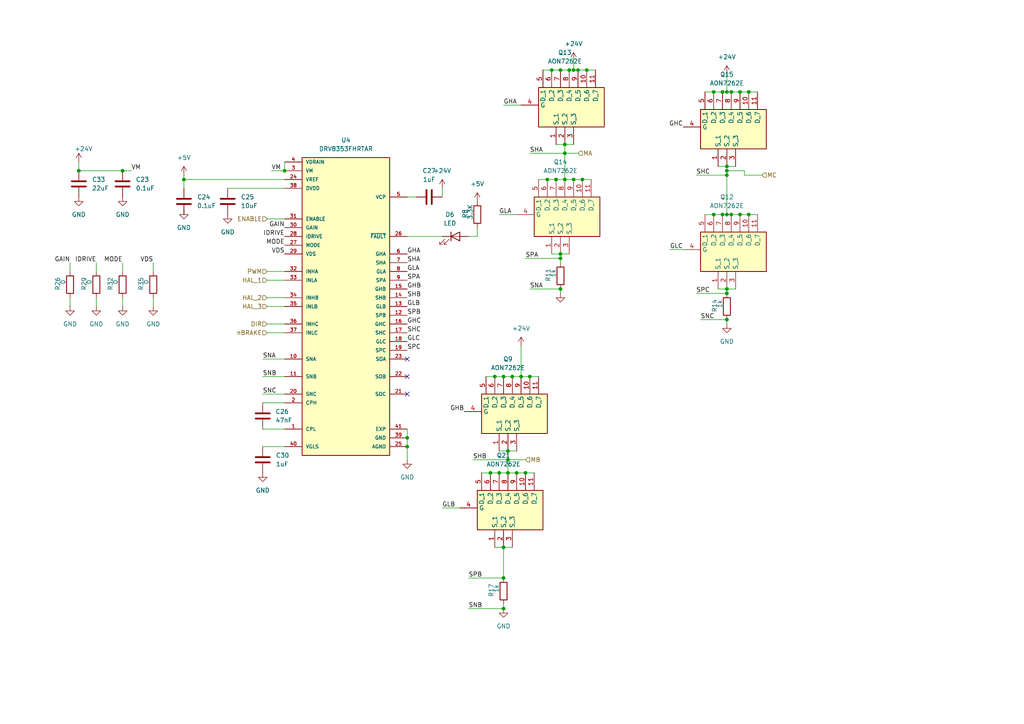
<source format=kicad_sch>
(kicad_sch (version 20250114) (generator "eeschema") (generator_version "9.0")
  (paper "A4")
  (lib_symbols
    (symbol "AON7262E:AON7262E"
      (property "Reference" "Q19" (at 12.7 7.62 0))
      (property "Value" "AON7262E" (at 12.7 5.08 0))
      (symbol "AON7262E_1_1"
        (rectangle (start 5.08 -2.54) (end 24.13 -13.97) (stroke (width 0.254)) (fill (type background)))
        (pin passive line (at 0 -7.62 0) (length 5.08) (name "G") (number "4"))
        (pin passive line (at 6.35 2.54 270) (length 5.08) (name "D_1") (number "5"))
        (pin passive line (at 8.89 2.54 270) (length 5.08) (name "D_2") (number "6"))
        (pin passive line (at 10.16 -19.05 90) (length 5.08) (name "S_1") (number "1"))
        (pin passive line (at 11.43 2.54 270) (length 5.08) (name "D_3") (number "7"))
        (pin passive line (at 12.7 -19.05 90) (length 5.08) (name "S_2") (number "2"))
        (pin passive line (at 13.97 2.54 270) (length 5.08) (name "D_4") (number "8"))
        (pin passive line (at 15.24 -19.05 90) (length 5.08) (name "S_3") (number "3"))
        (pin passive line (at 16.51 2.54 270) (length 5.08) (name "D_5") (number "9"))
        (pin passive line (at 19.05 2.54 270) (length 5.08) (name "D_6") (number "10"))
        (pin passive line (at 21.59 2.54 270) (length 5.08) (name "D_7") (number "11"))
      )
    )
    (symbol "DRV8353HRTAT:DRV8353HRTAT" (pin_names (offset 1.016))
      (property "Reference" "U2" (at 0 48.26 0))
      (property "Value" "DRV8353FSRTAR" (at 0 45.72 0))
      (symbol "DRV8353HRTAT_0_0"
        (rectangle (start -12.7 43.18) (end 12.7 -43.18) (stroke (width 0.254)) (fill (type background)))
        (pin input line (at -17.78 41.91 0) (length 5.08) (name "VDRAIN") (number "4"))
        (pin power_in line (at -17.78 39.37 0) (length 5.08) (name "VM") (number "3"))
        (pin power_in line (at -17.78 36.83 0) (length 5.08) (name "VREF") (number "24"))
        (pin power_in line (at -17.78 34.29 0) (length 5.08) (name "DVDD") (number "38"))
        (pin input line (at -17.78 25.4 0) (length 5.08) (name "ENABLE") (number "31"))
        (pin input line (at -17.78 22.86 0) (length 5.08) (name "GAIN") (number "30"))
        (pin input line (at -17.78 20.32 0) (length 5.08) (name "IDRIVE") (number "28"))
        (pin input line (at -17.78 17.78 0) (length 5.08) (name "MODE") (number "27"))
        (pin input line (at -17.78 15.24 0) (length 5.08) (name "VDS") (number "29"))
        (pin input line (at -17.78 10.16 0) (length 5.08) (name "INHA") (number "32"))
        (pin input line (at -17.78 7.62 0) (length 5.08) (name "INLA") (number "33"))
        (pin input line (at -17.78 2.54 0) (length 5.08) (name "INHB") (number "34"))
        (pin input line (at -17.78 0 0) (length 5.08) (name "INLB") (number "35"))
        (pin input line (at -17.78 -5.08 0) (length 5.08) (name "INHC") (number "36"))
        (pin input line (at -17.78 -7.62 0) (length 5.08) (name "INLC") (number "37"))
        (pin input line (at -17.78 -15.24 0) (length 5.08) (name "SNA") (number "10"))
        (pin input line (at -17.78 -20.32 0) (length 5.08) (name "SNB") (number "11"))
        (pin input line (at -17.78 -25.4 0) (length 5.08) (name "SNC") (number "20"))
        (pin passive line (at -17.78 -27.94 0) (length 5.08) (name "CPH") (number "2"))
        (pin passive line (at -17.78 -35.56 0) (length 5.08) (name "CPL") (number "1"))
        (pin output line (at -17.78 -40.64 0) (length 5.08) (name "VGLS") (number "40"))
        (pin output line (at 17.78 31.75 180) (length 5.08) (name "VCP") (number "5"))
        (pin output line (at 17.78 20.32 180) (length 5.08) (name "~{FAULT}") (number "26"))
        (pin output line (at 17.78 15.24 180) (length 5.08) (name "GHA") (number "6"))
        (pin input line (at 17.78 12.7 180) (length 5.08) (name "SHA") (number "7"))
        (pin output line (at 17.78 10.16 180) (length 5.08) (name "GLA") (number "8"))
        (pin input line (at 17.78 7.62 180) (length 5.08) (name "SPA") (number "9"))
        (pin output line (at 17.78 5.08 180) (length 5.08) (name "GHB") (number "15"))
        (pin input line (at 17.78 2.54 180) (length 5.08) (name "SHB") (number "14"))
        (pin output line (at 17.78 0 180) (length 5.08) (name "GLB") (number "13"))
        (pin input line (at 17.78 -2.54 180) (length 5.08) (name "SPB") (number "12"))
        (pin output line (at 17.78 -5.08 180) (length 5.08) (name "GHC") (number "16"))
        (pin input line (at 17.78 -7.62 180) (length 5.08) (name "SHC") (number "17"))
        (pin output line (at 17.78 -10.16 180) (length 5.08) (name "GLC") (number "18"))
        (pin input line (at 17.78 -12.7 180) (length 5.08) (name "SPC") (number "19"))
        (pin output line (at 17.78 -15.24 180) (length 5.08) (name "SOA") (number "23"))
        (pin output line (at 17.78 -20.32 180) (length 5.08) (name "SOB") (number "22"))
        (pin output line (at 17.78 -25.4 180) (length 5.08) (name "SOC") (number "21"))
        (pin power_in line (at 17.78 -35.56 180) (length 5.08) (name "EXP") (number "41"))
        (pin power_in line (at 17.78 -38.1 180) (length 5.08) (name "GND") (number "39"))
        (pin power_in line (at 17.78 -40.64 180) (length 5.08) (name "AGND") (number "25"))
      )
    )
    (symbol "Device:C" (pin_numbers (hide yes)) (pin_names (offset 0.254))
      (property "Reference" "C" (at 0.635 2.54 0))
      (property "Value" "C" (at 0.635 -2.54 0))
      (symbol "C_0_1"
        (polyline (pts (xy -2.032 0.762) (xy 2.032 0.762)) (stroke (width 0.508)))
        (polyline (pts (xy -2.032 -0.762) (xy 2.032 -0.762)) (stroke (width 0.508)))
      )
      (symbol "C_1_1"
        (pin passive line (at 0 3.81 270) (length 2.794) (name "~") (number "1"))
        (pin passive line (at 0 -3.81 90) (length 2.794) (name "~") (number "2"))
      )
    )
    (symbol "Device:LED" (pin_numbers (hide yes)) (pin_names (offset 1.016) (hide yes))
      (property "Reference" "D" (at 0 2.54 0))
      (property "Value" "LED" (at 0 -2.54 0))
      (symbol "LED_0_1"
        (polyline (pts (xy -3.048 -0.762) (xy -4.572 -2.286) (xy -3.81 -2.286) (xy -4.572 -2.286) (xy -4.572 -1.524)))
        (polyline (pts (xy -1.778 -0.762) (xy -3.302 -2.286) (xy -2.54 -2.286) (xy -3.302 -2.286) (xy -3.302 -1.524)))
        (polyline (pts (xy -1.27 0) (xy 1.27 0)))
        (polyline (pts (xy -1.27 -1.27) (xy -1.27 1.27)) (stroke (width 0.254)))
        (polyline (pts (xy 1.27 -1.27) (xy 1.27 1.27) (xy -1.27 0) (xy 1.27 -1.27)) (stroke (width 0.254)))
      )
      (symbol "LED_1_1"
        (pin passive line (at -3.81 0 0) (length 2.54) (name "K") (number "1"))
        (pin passive line (at 3.81 0 180) (length 2.54) (name "A") (number "2"))
      )
    )
    (symbol "Device:R" (pin_numbers (hide yes)) (pin_names (offset 0))
      (property "Reference" "R" (at 2.032 0 90))
      (property "Value" "R" (at 0 0 90))
      (symbol "R_0_1"
        (rectangle (start -1.016 -2.54) (end 1.016 2.54) (stroke (width 0.254)))
      )
      (symbol "R_1_1"
        (pin passive line (at 0 3.81 270) (length 1.27) (name "~") (number "1"))
        (pin passive line (at 0 -3.81 90) (length 1.27) (name "~") (number "2"))
      )
    )
    (symbol "power:+5V" (power) (pin_numbers (hide yes)) (pin_names (offset 0) (hide yes))
      (property "Value" "+5V" (at 0 3.556 0))
      (symbol "+5V_0_1"
        (polyline (pts (xy -0.762 1.27) (xy 0 2.54)))
        (polyline (pts (xy 0 2.54) (xy 0.762 1.27)))
        (polyline (pts (xy 0 0) (xy 0 2.54)))
      )
      (symbol "+5V_1_1"
        (pin power_in line (at 0 0 90) (length 0) (name "~") (number "1"))
      )
    )
    (symbol "power:GND" (power) (pin_numbers (hide yes)) (pin_names (offset 0) (hide yes))
      (property "Value" "GND" (at 0 -3.81 0))
      (symbol "GND_0_1"
        (polyline (pts (xy 0 0) (xy 0 -1.27) (xy 1.27 -1.27) (xy 0 -2.54) (xy -1.27 -1.27) (xy 0 -1.27)))
      )
      (symbol "GND_1_1"
        (pin power_in line (at 0 0 270) (length 0) (name "~") (number "1"))
      )
    )
    (symbol "power:VDD" (power) (pin_numbers (hide yes)) (pin_names (offset 0) (hide yes))
      (property "Value" "VDD" (at 0 3.556 0))
      (symbol "VDD_0_1"
        (polyline (pts (xy -0.762 1.27) (xy 0 2.54)))
        (polyline (pts (xy 0 2.54) (xy 0.762 1.27)))
        (polyline (pts (xy 0 0) (xy 0 2.54)))
      )
      (symbol "VDD_1_1"
        (pin power_in line (at 0 0 90) (length 0) (name "~") (number "1"))
      )
    )
  )
  (junction (at 147.32 133.35))
  (junction (at 153.67 109.22))
  (junction (at 166.37 52.07))
  (junction (at 147.32 130.81))
  (junction (at 210.82 92.71))
  (junction (at 146.05 158.75))
  (junction (at 210.82 62.23))
  (junction (at 214.63 62.23))
  (junction (at 212.09 62.23))
  (junction (at 209.55 62.23))
  (junction (at 217.17 62.23))
  (junction (at 162.56 73.66))
  (junction (at 214.63 26.67))
  (junction (at 163.83 52.07))
  (junction (at 167.64 20.32))
  (junction (at 166.37 20.32))
  (junction (at 22.86 49.53))
  (junction (at 210.82 48.26))
  (junction (at 210.82 26.67))
  (junction (at 152.4 137.16))
  (junction (at 53.34 52.07))
  (junction (at 210.82 49.53))
  (junction (at 207.01 62.23))
  (junction (at 212.09 26.67))
  (junction (at 168.91 52.07))
  (junction (at 170.18 20.32))
  (junction (at 217.17 26.67))
  (junction (at 35.56 49.53))
  (junction (at 147.32 137.16))
  (junction (at 149.86 137.16))
  (junction (at 209.55 26.67))
  (junction (at 146.05 167.64))
  (junction (at 162.56 20.32))
  (junction (at 82.55 49.53))
  (junction (at 146.05 109.22))
  (junction (at 151.13 109.22))
  (junction (at 160.02 20.32))
  (junction (at 163.83 44.45))
  (junction (at 118.11 129.54))
  (junction (at 165.1 20.32))
  (junction (at 118.11 127))
  (junction (at 162.56 74.93))
  (junction (at 210.82 83.82))
  (junction (at 163.83 41.91))
  (junction (at 210.82 85.09))
  (junction (at 144.78 137.16))
  (junction (at 142.24 137.16))
  (junction (at 207.01 26.67))
  (junction (at 210.82 50.8))
  (junction (at 143.51 109.22))
  (junction (at 148.59 109.22))
  (junction (at 158.75 52.07))
  (junction (at 162.56 83.82))
  (junction (at 161.29 52.07))
  (junction (at 146.05 176.53))
  (no_connect (at 118.11 104.14))
  (no_connect (at 118.11 109.22))
  (no_connect (at 118.11 114.3))
  (wire (pts (xy 213.36 48.26) (xy 210.82 48.26)))
  (wire (pts (xy 53.34 50.8) (xy 53.34 52.07)))
  (wire (pts (xy 215.9 49.53) (xy 210.82 49.53)))
  (wire (pts (xy 217.17 26.67) (xy 219.71 26.67)))
  (wire (pts (xy 142.24 137.16) (xy 144.78 137.16)))
  (wire (pts (xy 160.02 73.66) (xy 162.56 73.66)))
  (wire (pts (xy 27.94 76.2) (xy 27.94 78.74)))
  (wire (pts (xy 76.2 114.3) (xy 82.55 114.3)))
  (wire (pts (xy 162.56 73.66) (xy 165.1 73.66)))
  (wire (pts (xy 151.13 100.33) (xy 151.13 109.22)))
  (wire (pts (xy 147.32 130.81) (xy 149.86 130.81)))
  (wire (pts (xy 20.32 88.9) (xy 20.32 86.36)))
  (wire (pts (xy 166.37 17.78) (xy 166.37 20.32)))
  (wire (pts (xy 210.82 83.82) (xy 210.82 85.09)))
  (wire (pts (xy 207.01 62.23) (xy 209.55 62.23)))
  (wire (pts (xy 204.47 62.23) (xy 207.01 62.23)))
  (wire (pts (xy 146.05 109.22) (xy 148.59 109.22)))
  (wire (pts (xy 166.37 52.07) (xy 168.91 52.07)))
  (wire (pts (xy 146.05 30.48) (xy 151.13 30.48)))
  (wire (pts (xy 153.67 109.22) (xy 156.21 109.22)))
  (wire (pts (xy 76.2 124.46) (xy 82.55 124.46)))
  (wire (pts (xy 163.83 41.91) (xy 163.83 44.45)))
  (wire (pts (xy 118.11 57.15) (xy 120.65 57.15)))
  (wire (pts (xy 167.64 20.32) (xy 170.18 20.32)))
  (wire (pts (xy 203.2 92.71) (xy 210.82 92.71)))
  (wire (pts (xy 212.09 26.67) (xy 214.63 26.67)))
  (wire (pts (xy 146.05 158.75) (xy 148.59 158.75)))
  (wire (pts (xy 118.11 124.46) (xy 118.11 127)))
  (wire (pts (xy 158.75 52.07) (xy 161.29 52.07)))
  (wire (pts (xy 160.02 20.32) (xy 162.56 20.32)))
  (wire (pts (xy 20.32 76.2) (xy 20.32 78.74)))
  (wire (pts (xy 135.89 176.53) (xy 146.05 176.53)))
  (wire (pts (xy 217.17 62.23) (xy 219.71 62.23)))
  (wire (pts (xy 53.34 52.07) (xy 82.55 52.07)))
  (wire (pts (xy 210.82 93.98) (xy 210.82 92.71)))
  (wire (pts (xy 210.82 26.67) (xy 212.09 26.67)))
  (wire (pts (xy 168.91 52.07) (xy 171.45 52.07)))
  (wire (pts (xy 214.63 62.23) (xy 217.17 62.23)))
  (wire (pts (xy 77.47 88.9) (xy 82.55 88.9)))
  (wire (pts (xy 194.31 72.39) (xy 198.12 72.39)))
  (wire (pts (xy 152.4 74.93) (xy 162.56 74.93)))
  (wire (pts (xy 35.56 76.2) (xy 35.56 78.74)))
  (wire (pts (xy 144.78 130.81) (xy 147.32 130.81)))
  (wire (pts (xy 210.82 48.26) (xy 210.82 49.53)))
  (wire (pts (xy 35.56 88.9) (xy 35.56 86.36)))
  (wire (pts (xy 161.29 52.07) (xy 163.83 52.07)))
  (wire (pts (xy 135.89 68.58) (xy 138.43 68.58)))
  (wire (pts (xy 27.94 88.9) (xy 27.94 86.36)))
  (wire (pts (xy 22.86 49.53) (xy 35.56 49.53)))
  (wire (pts (xy 139.7 137.16) (xy 142.24 137.16)))
  (wire (pts (xy 135.89 167.64) (xy 146.05 167.64)))
  (wire (pts (xy 208.28 83.82) (xy 210.82 83.82)))
  (wire (pts (xy 162.56 74.93) (xy 162.56 76.2)))
  (wire (pts (xy 138.43 66.04) (xy 138.43 68.58)))
  (wire (pts (xy 209.55 26.67) (xy 210.82 26.67)))
  (wire (pts (xy 146.05 158.75) (xy 146.05 167.64)))
  (wire (pts (xy 128.27 147.32) (xy 133.35 147.32)))
  (wire (pts (xy 148.59 109.22) (xy 151.13 109.22)))
  (wire (pts (xy 210.82 49.53) (xy 210.82 50.8)))
  (wire (pts (xy 147.32 133.35) (xy 147.32 137.16)))
  (wire (pts (xy 77.47 81.28) (xy 82.55 81.28)))
  (wire (pts (xy 170.18 20.32) (xy 172.72 20.32)))
  (wire (pts (xy 162.56 20.32) (xy 165.1 20.32)))
  (wire (pts (xy 82.55 46.99) (xy 82.55 49.53)))
  (wire (pts (xy 149.86 137.16) (xy 152.4 137.16)))
  (wire (pts (xy 156.21 52.07) (xy 158.75 52.07)))
  (wire (pts (xy 77.47 96.52) (xy 82.55 96.52)))
  (wire (pts (xy 118.11 127) (xy 118.11 129.54)))
  (wire (pts (xy 152.4 137.16) (xy 154.94 137.16)))
  (wire (pts (xy 157.48 20.32) (xy 160.02 20.32)))
  (wire (pts (xy 163.83 52.07) (xy 166.37 52.07)))
  (wire (pts (xy 146.05 176.53) (xy 146.05 175.26)))
  (wire (pts (xy 147.32 130.81) (xy 147.32 133.35)))
  (wire (pts (xy 140.97 109.22) (xy 143.51 109.22)))
  (wire (pts (xy 214.63 26.67) (xy 217.17 26.67)))
  (wire (pts (xy 147.32 133.35) (xy 152.4 133.35)))
  (wire (pts (xy 153.67 44.45) (xy 163.83 44.45)))
  (wire (pts (xy 143.51 109.22) (xy 146.05 109.22)))
  (wire (pts (xy 163.83 41.91) (xy 166.37 41.91)))
  (wire (pts (xy 118.11 129.54) (xy 118.11 133.35)))
  (wire (pts (xy 77.47 78.74) (xy 82.55 78.74)))
  (wire (pts (xy 153.67 83.82) (xy 162.56 83.82)))
  (wire (pts (xy 144.78 62.23) (xy 149.86 62.23)))
  (wire (pts (xy 210.82 48.26) (xy 208.28 48.26)))
  (wire (pts (xy 204.47 26.67) (xy 207.01 26.67)))
  (wire (pts (xy 210.82 50.8) (xy 210.82 62.23)))
  (wire (pts (xy 207.01 26.67) (xy 209.55 26.67)))
  (wire (pts (xy 212.09 62.23) (xy 214.63 62.23)))
  (wire (pts (xy 201.93 50.8) (xy 210.82 50.8)))
  (wire (pts (xy 35.56 49.53) (xy 38.1 49.53)))
  (wire (pts (xy 76.2 129.54) (xy 82.55 129.54)))
  (wire (pts (xy 77.47 63.5) (xy 82.55 63.5)))
  (wire (pts (xy 166.37 20.32) (xy 167.64 20.32)))
  (wire (pts (xy 162.56 73.66) (xy 162.56 74.93)))
  (wire (pts (xy 76.2 116.84) (xy 82.55 116.84)))
  (wire (pts (xy 118.11 68.58) (xy 128.27 68.58)))
  (wire (pts (xy 66.04 54.61) (xy 82.55 54.61)))
  (wire (pts (xy 215.9 50.8) (xy 215.9 49.53)))
  (wire (pts (xy 210.82 21.59) (xy 210.82 26.67)))
  (wire (pts (xy 161.29 41.91) (xy 163.83 41.91)))
  (wire (pts (xy 76.2 109.22) (xy 82.55 109.22)))
  (wire (pts (xy 163.83 44.45) (xy 163.83 52.07)))
  (wire (pts (xy 151.13 109.22) (xy 153.67 109.22)))
  (wire (pts (xy 77.47 93.98) (xy 82.55 93.98)))
  (wire (pts (xy 201.93 85.09) (xy 210.82 85.09)))
  (wire (pts (xy 209.55 62.23) (xy 210.82 62.23)))
  (wire (pts (xy 44.45 76.2) (xy 44.45 78.74)))
  (wire (pts (xy 76.2 104.14) (xy 82.55 104.14)))
  (wire (pts (xy 77.47 86.36) (xy 82.55 86.36)))
  (wire (pts (xy 210.82 62.23) (xy 212.09 62.23)))
  (wire (pts (xy 137.16 133.35) (xy 147.32 133.35)))
  (wire (pts (xy 53.34 62.23) (xy 53.34 60.96)))
  (wire (pts (xy 163.83 44.45) (xy 167.64 44.45)))
  (wire (pts (xy 162.56 85.09) (xy 162.56 83.82)))
  (wire (pts (xy 147.32 137.16) (xy 149.86 137.16)))
  (wire (pts (xy 146.05 158.75) (xy 143.51 158.75)))
  (wire (pts (xy 78.74 49.53) (xy 82.55 49.53)))
  (wire (pts (xy 220.98 50.8) (xy 215.9 50.8)))
  (wire (pts (xy 210.82 83.82) (xy 213.36 83.82)))
  (wire (pts (xy 128.27 54.61) (xy 128.27 57.15)))
  (wire (pts (xy 165.1 20.32) (xy 166.37 20.32)))
  (wire (pts (xy 53.34 52.07) (xy 53.34 54.61)))
  (wire (pts (xy 22.86 46.99) (xy 22.86 49.53)))
  (wire (pts (xy 44.45 88.9) (xy 44.45 86.36)))
  (wire (pts (xy 144.78 137.16) (xy 147.32 137.16)))
  (label "SHC" (at 118.11 96.52 0))
  (label "GHC" (at 198.12 36.83 180))
  (label "GHA" (at 146.05 30.48 0))
  (label "IDRIVE" (at 82.55 68.58 180))
  (label "MODE" (at 82.55 71.12 180))
  (label "SPB" (at 118.11 91.44 0))
  (label "GAIN" (at 20.32 76.2 180))
  (label "GLC" (at 118.11 99.06 0))
  (label "GHB" (at 118.11 83.82 0))
  (label "GLB" (at 128.27 147.32 0))
  (label "MODE" (at 35.56 76.2 180))
  (label "SPA" (at 118.11 81.28 0))
  (label "GHA" (at 118.11 73.66 0))
  (label "SHB" (at 137.16 133.35 0))
  (label "VDS" (at 82.55 73.66 180))
  (label "GLA" (at 144.78 62.23 0))
  (label "GAIN" (at 82.55 66.04 180))
  (label "IDRIVE" (at 27.94 76.2 180))
  (label "VM" (at 78.74 49.53 0))
  (label "SHC" (at 201.93 50.8 0))
  (label "SHA" (at 153.67 44.45 0))
  (label "SPA" (at 152.4 74.93 0))
  (label "VM" (at 38.1 49.53 0))
  (label "SNC" (at 203.2 92.71 0))
  (label "GLA" (at 118.11 78.74 0))
  (label "VDS" (at 44.45 76.2 180))
  (label "SNA" (at 153.67 83.82 0))
  (label "GHC" (at 118.11 93.98 0))
  (label "SHB" (at 118.11 86.36 0))
  (label "GHB" (at 134.62 119.38 180))
  (label "SNC" (at 76.2 114.3 0))
  (label "SPC" (at 118.11 101.6 0))
  (label "SPC" (at 201.93 85.09 0))
  (label "SNA" (at 76.2 104.14 0))
  (label "SNB" (at 76.2 109.22 0))
  (label "SPB" (at 135.89 167.64 0))
  (label "GLB" (at 118.11 88.9 0))
  (label "GLC" (at 194.31 72.39 0))
  (label "SNB" (at 135.89 176.53 0))
  (label "SHA" (at 118.11 76.2 0))
  (hierarchical_label "PWM" (shape input) (at 77.47 78.74 180))
  (hierarchical_label "HAL_3" (shape input) (at 77.47 88.9 180))
  (hierarchical_label "nBRAKE" (shape input) (at 77.47 96.52 180))
  (hierarchical_label "MA" (shape input) (at 167.64 44.45 0))
  (hierarchical_label "MC" (shape input) (at 220.98 50.8 0))
  (hierarchical_label "HAL_2" (shape input) (at 77.47 86.36 180))
  (hierarchical_label "MB" (shape input) (at 152.4 133.35 0))
  (hierarchical_label "ENABLE" (shape input) (at 77.47 63.5 180))
  (hierarchical_label "HAL_1" (shape input) (at 77.47 81.28 180))
  (hierarchical_label "DIR" (shape input) (at 77.47 93.98 180))
  (symbol (lib_id "Device:C") (at 66.04 58.42 0) (unit 1)
    (property "Reference" "C7" (at 69.85 57.1499 0) (effects (justify left)))
    (property "Value" "10uF" (at 69.85 59.6899 0) (effects (justify left)))
    (property "Footprint" "Capacitor_SMD:C_0603_1608Metric_Pad1.08x0.95mm_HandSolder" (effects (hide yes)))
    (property "Description" "Unpolarized capacitor" (effects (hide yes)))
    (instances (project "Wheelbase" (path "" (reference "C25") (unit 1)) (path "" (reference "C7") (unit 1)) (path "" (reference "C19") (unit 1))))
  )
  (symbol (lib_id "Device:R") (at 35.56 82.55 180) (unit 1)
    (property "Reference" "R30" (at 32.004 82.296 90))
    (property "Value" "0" (at 33.528 81.788 90))
    (property "Footprint" "Resistor_SMD:R_0603_1608Metric_Pad0.98x0.95mm_HandSolder" (effects (hide yes)))
    (property "Description" "Resistor" (effects (hide yes)))
    (instances (project "Wheelbase" (path "" (reference "R32") (unit 1)) (path "" (reference "R30") (unit 1)) (path "" (reference "R31") (unit 1))))
  )
  (symbol (lib_id "power:VDD") (at 210.82 21.59 0) (unit 1)
    (property "Reference" "#PWR014" (effects (hide yes)))
    (property "Value" "+24V" (at 210.82 16.51 0))
    (property "Description" "Power symbol creates a global label with name \"VDD\"" (effects (hide yes)))
    (instances (project "Wheelbase" (path "" (reference "#PWR054") (unit 1)) (path "" (reference "#PWR014") (unit 1)) (path "" (reference "#PWR041") (unit 1))))
  )
  (symbol (lib_id "power:VDD") (at 128.27 54.61 0) (unit 1)
    (property "Reference" "#PWR022" (effects (hide yes)))
    (property "Value" "+24V" (at 128.27 49.53 0))
    (property "Description" "Power symbol creates a global label with name \"VDD\"" (effects (hide yes)))
    (instances (project "Wheelbase" (path "" (reference "#PWR050") (unit 1)) (path "" (reference "#PWR022") (unit 1)) (path "" (reference "#PWR037") (unit 1))))
  )
  (symbol (lib_id "power:GND") (at 27.94 88.9 0) (unit 1)
    (property "Reference" "#PWR0107" (effects (hide yes)))
    (property "Value" "GND" (at 27.94 93.98 0))
    (property "Description" "Power symbol creates a global label with name \"GND\" , ground" (effects (hide yes)))
    (instances (project "Wheelbase" (path "" (reference "#PWR0109") (unit 1)) (path "" (reference "#PWR0107") (unit 1)) (path "" (reference "#PWR0108") (unit 1))))
  )
  (symbol (lib_id "Device:R") (at 20.32 82.55 180) (unit 1)
    (property "Reference" "R24" (at 16.764 82.296 90))
    (property "Value" "0" (at 18.288 81.788 90))
    (property "Footprint" "Resistor_SMD:R_0603_1608Metric_Pad0.98x0.95mm_HandSolder" (effects (hide yes)))
    (property "Description" "Resistor" (effects (hide yes)))
    (instances (project "Wheelbase" (path "" (reference "R26") (unit 1)) (path "" (reference "R24") (unit 1)) (path "" (reference "R25") (unit 1))))
  )
  (symbol (lib_id "power:GND") (at 20.32 88.9 0) (unit 1)
    (property "Reference" "#PWR0104" (effects (hide yes)))
    (property "Value" "GND" (at 20.32 93.98 0))
    (property "Description" "Power symbol creates a global label with name \"GND\" , ground" (effects (hide yes)))
    (instances (project "Wheelbase" (path "" (reference "#PWR0106") (unit 1)) (path "" (reference "#PWR0104") (unit 1)) (path "" (reference "#PWR0105") (unit 1))))
  )
  (symbol (lib_id "Device:C") (at 22.86 53.34 180) (unit 1)
    (property "Reference" "C31" (at 26.67 52.0699 0) (effects (justify right)))
    (property "Value" "22uF" (at 26.67 54.6099 0) (effects (justify right)))
    (property "Footprint" "Capacitor_SMD:C_0805_2012Metric_Pad1.18x1.45mm_HandSolder" (effects (hide yes)))
    (property "Description" "Unpolarized capacitor" (effects (hide yes)))
    (instances (project "" (path "" (reference "C33") (unit 1)) (path "" (reference "C31") (unit 1)) (path "" (reference "C32") (unit 1))))
  )
  (symbol (lib_id "Device:LED") (at 132.08 68.58 0) (unit 1)
    (property "Reference" "D4" (at 130.4925 62.23 0))
    (property "Value" "LED" (at 130.4925 64.77 0))
    (property "Footprint" "LED_SMD:LED_0603_1608Metric_Pad1.05x0.95mm_HandSolder" (effects (hide yes)))
    (property "Description" "Light emitting diode" (effects (hide yes)))
    (instances (project "Wheelbase" (path "" (reference "D6") (unit 1)) (path "" (reference "D4") (unit 1)) (path "" (reference "D5") (unit 1))))
  )
  (symbol (lib_id "AON7262E:AON7262E") (at 198.12 29.21 0) (unit 1)
    (property "Reference" "Q5" (at 210.82 21.59 0))
    (property "Value" "AON7262E" (at 210.82 24.13 0))
    (property "Footprint" "AON7262E" (effects (hide yes)))
    (property "Datasheet" "https://www.aosmd.com/sites/default/files/res/datasheets/AON7262E.pdf" (effects (hide yes)))
    (property "Description" "N-Channel 60 V 21A (Ta), 34A (Tc) 5W (Ta), 43W (Tc) Surface Mount 8-DFN-EP (3x3)" (effects (hide yes)))
    (property "Height" "0.9" (effects (hide yes)))
    (property "Manufacturer_Name" "Alpha & Omega Semiconductors" (effects (hide yes)))
    (property "Manufacturer_Part_Number" "AON7262E" (effects (hide yes)))
    (instances (project "Wheelbase" (path "" (reference "Q15") (unit 1)) (path "" (reference "Q5") (unit 1)) (path "" (reference "Q11") (unit 1))))
  )
  (symbol (lib_id "power:GND") (at 146.05 176.53 0) (unit 1)
    (property "Reference" "#PWR069" (effects (hide yes)))
    (property "Value" "GND" (at 146.05 181.61 0))
    (property "Description" "Power symbol creates a global label with name \"GND\" , ground" (effects (hide yes)))
    (instances (project "Wheelbase" (path "" (reference "#PWR071") (unit 1)) (path "" (reference "#PWR069") (unit 1)) (path "" (reference "#PWR070") (unit 1))))
  )
  (symbol (lib_id "Device:R") (at 210.82 88.9 180) (unit 1)
    (property "Reference" "R12" (at 207.264 88.646 90))
    (property "Value" "1k" (at 208.788 88.138 90))
    (property "Footprint" "Resistor_SMD:R_0603_1608Metric_Pad0.98x0.95mm_HandSolder" (effects (hide yes)))
    (property "Description" "Resistor" (effects (hide yes)))
    (instances (project "Wheelbase" (path "" (reference "R14") (unit 1)) (path "" (reference "R12") (unit 1)) (path "" (reference "R13") (unit 1))))
  )
  (symbol (lib_id "power:GND") (at 76.2 137.16 0) (unit 1)
    (property "Reference" "#PWR048" (effects (hide yes)))
    (property "Value" "GND" (at 76.2 142.24 0))
    (property "Description" "Power symbol creates a global label with name \"GND\" , ground" (effects (hide yes)))
    (instances (project "Wheelbase" (path "" (reference "#PWR094") (unit 1)) (path "" (reference "#PWR048") (unit 1)) (path "" (reference "#PWR093") (unit 1))))
  )
  (symbol (lib_id "power:GND") (at 210.82 93.98 0) (unit 1)
    (property "Reference" "#PWR063" (effects (hide yes)))
    (property "Value" "GND" (at 210.82 99.06 0))
    (property "Description" "Power symbol creates a global label with name \"GND\" , ground" (effects (hide yes)))
    (instances (project "Wheelbase" (path "" (reference "#PWR065") (unit 1)) (path "" (reference "#PWR063") (unit 1)) (path "" (reference "#PWR064") (unit 1))))
  )
  (symbol (lib_id "AON7262E:AON7262E") (at 198.12 64.77 0) (unit 1)
    (property "Reference" "Q6" (at 210.82 57.15 0))
    (property "Value" "AON7262E" (at 210.82 59.69 0))
    (property "Footprint" "AON7262E" (effects (hide yes)))
    (property "Datasheet" "https://www.aosmd.com/sites/default/files/res/datasheets/AON7262E.pdf" (effects (hide yes)))
    (property "Description" "N-Channel 60 V 21A (Ta), 34A (Tc) 5W (Ta), 43W (Tc) Surface Mount 8-DFN-EP (3x3)" (effects (hide yes)))
    (property "Height" "0.9" (effects (hide yes)))
    (property "Manufacturer_Name" "Alpha & Omega Semiconductors" (effects (hide yes)))
    (property "Manufacturer_Part_Number" "AON7262E" (effects (hide yes)))
    (instances (project "Wheelbase" (path "" (reference "Q12") (unit 1)) (path "" (reference "Q6") (unit 1)) (path "" (reference "Q10") (unit 1))))
  )
  (symbol (lib_id "AON7262E:AON7262E") (at 149.86 54.61 0) (unit 1)
    (property "Reference" "Q2" (at 162.56 46.99 0))
    (property "Value" "AON7262E" (at 162.56 49.53 0))
    (property "Footprint" "AON7262E" (effects (hide yes)))
    (property "Datasheet" "https://www.aosmd.com/sites/default/files/res/datasheets/AON7262E.pdf" (effects (hide yes)))
    (property "Description" "N-Channel 60 V 21A (Ta), 34A (Tc) 5W (Ta), 43W (Tc) Surface Mount 8-DFN-EP (3x3)" (effects (hide yes)))
    (property "Height" "0.9" (effects (hide yes)))
    (property "Manufacturer_Name" "Alpha & Omega Semiconductors" (effects (hide yes)))
    (property "Manufacturer_Part_Number" "AON7262E" (effects (hide yes)))
    (instances (project "Wheelbase" (path "" (reference "Q14") (unit 1)) (path "" (reference "Q2") (unit 1)) (path "" (reference "Q8") (unit 1))))
  )
  (symbol (lib_id "power:GND") (at 53.34 60.96 0) (unit 1)
    (property "Reference" "#PWR019" (effects (hide yes)))
    (property "Value" "GND" (at 53.34 66.04 0))
    (property "Description" "Power symbol creates a global label with name \"GND\" , ground" (effects (hide yes)))
    (instances (project "Wheelbase" (path "" (reference "#PWR046") (unit 1)) (path "" (reference "#PWR019") (unit 1)) (path "" (reference "#PWR033") (unit 1))))
  )
  (symbol (lib_id "AON7262E:AON7262E") (at 133.35 139.7 0) (unit 1)
    (property "Reference" "Q19" (at 146.05 132.08 0))
    (property "Value" "AON7262E" (at 146.05 134.62 0))
    (property "Footprint" "AON7262E" (effects (hide yes)))
    (property "Datasheet" "https://www.aosmd.com/sites/default/files/res/datasheets/AON7262E.pdf" (effects (hide yes)))
    (property "Description" "N-Channel 60 V 21A (Ta), 34A (Tc) 5W (Ta), 43W (Tc) Surface Mount 8-DFN-EP (3x3)" (effects (hide yes)))
    (property "Height" "0.9" (effects (hide yes)))
    (property "Manufacturer_Name" "Alpha & Omega Semiconductors" (effects (hide yes)))
    (property "Manufacturer_Part_Number" "AON7262E" (effects (hide yes)))
    (instances (project "" (path "" (reference "Q21") (unit 1)) (path "" (reference "Q19") (unit 1)) (path "" (reference "Q20") (unit 1))))
  )
  (symbol (lib_id "power:VDD") (at 151.13 100.33 0) (unit 1)
    (property "Reference" "#PWR013" (effects (hide yes)))
    (property "Value" "+24V" (at 151.13 95.25 0))
    (property "Description" "Power symbol creates a global label with name \"VDD\"" (effects (hide yes)))
    (instances (project "Wheelbase" (path "" (reference "#PWR053") (unit 1)) (path "" (reference "#PWR013") (unit 1)) (path "" (reference "#PWR040") (unit 1))))
  )
  (symbol (lib_id "power:+5V") (at 138.43 58.42 0) (unit 1)
    (property "Reference" "#PWR023" (effects (hide yes)))
    (property "Value" "+5V" (at 138.43 53.34 0))
    (property "Description" "Power symbol creates a global label with name \"+5V\"" (effects (hide yes)))
    (instances (project "Wheelbase" (path "" (reference "#PWR051") (unit 1)) (path "" (reference "#PWR023") (unit 1)) (path "" (reference "#PWR038") (unit 1))))
  )
  (symbol (lib_id "power:GND") (at 162.56 85.09 0) (unit 1)
    (property "Reference" "#PWR066" (effects (hide yes)))
    (property "Value" "GND" (effects (hide yes)))
    (property "Description" "Power symbol creates a global label with name \"GND\" , ground" (effects (hide yes)))
    (instances (project "Wheelbase" (path "" (reference "#PWR068") (unit 1)) (path "" (reference "#PWR066") (unit 1)) (path "" (reference "#PWR067") (unit 1))))
  )
  (symbol (lib_id "power:GND") (at 22.86 57.15 0) (unit 1)
    (property "Reference" "#PWR0102" (effects (hide yes)))
    (property "Value" "GND" (at 22.86 62.23 0))
    (property "Description" "Power symbol creates a global label with name \"GND\" , ground" (effects (hide yes)))
    (instances (project "Wheelbase" (path "" (reference "#PWR043") (unit 1)) (path "" (reference "#PWR0102") (unit 1)) (path "" (reference "#PWR016") (unit 1))))
  )
  (symbol (lib_id "Device:C") (at 124.46 57.15 90) (unit 1)
    (property "Reference" "C9" (at 124.46 49.53 90))
    (property "Value" "1uF" (at 124.46 52.07 90))
    (property "Footprint" "Capacitor_SMD:C_0603_1608Metric_Pad1.08x0.95mm_HandSolder" (effects (hide yes)))
    (property "Description" "Unpolarized capacitor" (effects (hide yes)))
    (instances (project "Wheelbase" (path "" (reference "C27") (unit 1)) (path "" (reference "C9") (unit 1)) (path "" (reference "C21") (unit 1))))
  )
  (symbol (lib_id "Device:R") (at 138.43 62.23 180) (unit 1)
    (property "Reference" "R4" (at 134.874 61.976 90))
    (property "Value" "3.3K" (at 136.398 61.468 90))
    (property "Footprint" "Resistor_SMD:R_0603_1608Metric_Pad0.98x0.95mm_HandSolder" (effects (hide yes)))
    (property "Description" "Resistor" (effects (hide yes)))
    (instances (project "Wheelbase" (path "" (reference "R8") (unit 1)) (path "" (reference "R4") (unit 1)) (path "" (reference "R7") (unit 1))))
  )
  (symbol (lib_id "DRV8353HRTAT:DRV8353HRTAT") (at 100.33 88.9 0) (unit 1)
    (property "Reference" "U2" (at 100.33 40.64 0))
    (property "Value" "DRV8353FHRTAR" (at 100.33 43.18 0))
    (property "Footprint" "DRV8353HRTAT(1):QFN50P600X600X80-41N" (effects (hide yes)))
    (property "MF" "Texas Instruments" (effects (hide yes)))
    (property "MAXIMUM_PACKAGE_HEIGHT" "0.8 mm" (effects (hide yes)))
    (property "Package" "WQFN-40 Texas Instruments" (effects (hide yes)))
    (property "Price" "None" (effects (hide yes)))
    (property "Check_prices" "https://www.snapeda.com/parts/DRV8353HRTAT/Texas+Instruments/view-part/?ref=eda" (effects (hide yes)))
    (property "STANDARD" "IPC 7351B" (effects (hide yes)))
    (property "PARTREV" "A" (effects (hide yes)))
    (property "SnapEDA_Link" "https://www.snapeda.com/parts/DRV8353HRTAT/Texas+Instruments/view-part/?ref=snap" (effects (hide yes)))
    (property "MP" "DRV8353HRTAT" (effects (hide yes)))
    (property "Description_1" "\n                        \n                            102-V max 3-phase smart gate driver with current shunt amplifiers\n                        \n" (effects (hide yes)))
    (property "Availability" "In Stock" (effects (hide yes)))
    (property "MANUFACTURER" "Texas Instruments" (effects (hide yes)))
    (instances (project "Wheelbase" (path "" (reference "U4") (unit 1)) (path "" (reference "U2") (unit 1)) (path "" (reference "U3") (unit 1))))
  )
  (symbol (lib_id "Device:C") (at 35.56 53.34 0) (unit 1)
    (property "Reference" "C5" (at 39.37 52.0699 0) (effects (justify left)))
    (property "Value" "0.1uF" (at 39.37 54.6099 0) (effects (justify left)))
    (property "Footprint" "Capacitor_SMD:C_0603_1608Metric_Pad1.08x0.95mm_HandSolder" (effects (hide yes)))
    (property "Description" "Unpolarized capacitor" (effects (hide yes)))
    (instances (project "Wheelbase" (path "" (reference "C23") (unit 1)) (path "" (reference "C5") (unit 1)) (path "" (reference "C17") (unit 1))))
  )
  (symbol (lib_id "Device:R") (at 44.45 82.55 180) (unit 1)
    (property "Reference" "R33" (at 40.894 82.296 90))
    (property "Value" "0" (at 42.418 81.788 90))
    (property "Footprint" "Resistor_SMD:R_0603_1608Metric_Pad0.98x0.95mm_HandSolder" (effects (hide yes)))
    (property "Description" "Resistor" (effects (hide yes)))
    (instances (project "Wheelbase" (path "" (reference "R35") (unit 1)) (path "" (reference "R33") (unit 1)) (path "" (reference "R34") (unit 1))))
  )
  (symbol (lib_id "Device:R") (at 162.56 80.01 180) (unit 1)
    (property "Reference" "R9" (at 159.004 79.756 90))
    (property "Value" "1k" (at 160.528 79.248 90))
    (property "Footprint" "Resistor_SMD:R_0603_1608Metric_Pad0.98x0.95mm_HandSolder" (effects (hide yes)))
    (property "Description" "Resistor" (effects (hide yes)))
    (instances (project "Wheelbase" (path "" (reference "R11") (unit 1)) (path "" (reference "R9") (unit 1)) (path "" (reference "R10") (unit 1))))
  )
  (symbol (lib_id "power:GND") (at 118.11 133.35 0) (unit 1)
    (property "Reference" "#PWR036" (effects (hide yes)))
    (property "Value" "GND" (at 118.11 138.43 0))
    (property "Description" "Power symbol creates a global label with name \"GND\" , ground" (effects (hide yes)))
    (instances (project "Wheelbase" (path "" (reference "#PWR078") (unit 1)) (path "" (reference "#PWR036") (unit 1)) (path "" (reference "#PWR049") (unit 1))))
  )
  (symbol (lib_id "Device:C") (at 76.2 133.35 180) (unit 1)
    (property "Reference" "C28" (at 80.01 132.0799 0) (effects (justify right)))
    (property "Value" "1uF" (at 80.01 134.6199 0) (effects (justify right)))
    (property "Footprint" "Capacitor_SMD:C_0603_1608Metric_Pad1.08x0.95mm_HandSolder" (effects (hide yes)))
    (property "Description" "Unpolarized capacitor" (effects (hide yes)))
    (instances (project "Wheelbase" (path "" (reference "C30") (unit 1)) (path "" (reference "C28") (unit 1)) (path "" (reference "C29") (unit 1))))
  )
  (symbol (lib_id "Device:R") (at 146.05 171.45 180) (unit 1)
    (property "Reference" "R15" (at 142.494 171.196 90))
    (property "Value" "1k" (at 144.018 170.688 90))
    (property "Footprint" "Resistor_SMD:R_0603_1608Metric_Pad0.98x0.95mm_HandSolder" (effects (hide yes)))
    (property "Description" "Resistor" (effects (hide yes)))
    (instances (project "Wheelbase" (path "" (reference "R17") (unit 1)) (path "" (reference "R15") (unit 1)) (path "" (reference "R16") (unit 1))))
  )
  (symbol (lib_id "power:GND") (at 35.56 57.15 0) (unit 1)
    (property "Reference" "#PWR018" (effects (hide yes)))
    (property "Value" "GND" (at 35.56 62.23 0))
    (property "Description" "Power symbol creates a global label with name \"GND\" , ground" (effects (hide yes)))
    (instances (project "Wheelbase" (path "" (reference "#PWR044") (unit 1)) (path "" (reference "#PWR018") (unit 1)) (path "" (reference "#PWR017") (unit 1))))
  )
  (symbol (lib_id "power:+5V") (at 22.86 46.99 0) (unit 1)
    (property "Reference" "#PWR0101" (effects (hide yes)))
    (property "Value" "+24V" (at 21.59 43.18 0) (effects (justify left)))
    (property "Description" "Power symbol creates a global label with name \"+5V\"" (effects (hide yes)))
    (instances (project "Wheelbase" (path "" (reference "#PWR042") (unit 1)) (path "" (reference "#PWR0101") (unit 1)) (path "" (reference "#PWR012") (unit 1))))
  )
  (symbol (lib_id "power:+5V") (at 53.34 50.8 0) (unit 1)
    (property "Reference" "#PWR020" (effects (hide yes)))
    (property "Value" "+5V" (at 53.34 45.72 0))
    (property "Description" "Power symbol creates a global label with name \"+5V\"" (effects (hide yes)))
    (instances (project "Wheelbase" (path "" (reference "#PWR045") (unit 1)) (path "" (reference "#PWR020") (unit 1)) (path "" (reference "#PWR032") (unit 1))))
  )
  (symbol (lib_id "Device:R") (at 27.94 82.55 180) (unit 1)
    (property "Reference" "R27" (at 24.384 82.296 90))
    (property "Value" "0" (at 25.908 81.788 90))
    (property "Footprint" "Resistor_SMD:R_0603_1608Metric_Pad0.98x0.95mm_HandSolder" (effects (hide yes)))
    (property "Description" "Resistor" (effects (hide yes)))
    (instances (project "Wheelbase" (path "" (reference "R29") (unit 1)) (path "" (reference "R27") (unit 1)) (path "" (reference "R28") (unit 1))))
  )
  (symbol (lib_id "AON7262E:AON7262E") (at 151.13 22.86 0) (unit 1)
    (property "Reference" "Q1" (at 163.83 15.24 0))
    (property "Value" "AON7262E" (at 163.83 17.78 0))
    (property "Footprint" "AON7262E" (effects (hide yes)))
    (property "Datasheet" "https://www.aosmd.com/sites/default/files/res/datasheets/AON7262E.pdf" (effects (hide yes)))
    (property "Description" "N-Channel 60 V 21A (Ta), 34A (Tc) 5W (Ta), 43W (Tc) Surface Mount 8-DFN-EP (3x3)" (effects (hide yes)))
    (property "Height" "0.9" (effects (hide yes)))
    (property "Manufacturer_Name" "Alpha & Omega Semiconductors" (effects (hide yes)))
    (property "Manufacturer_Part_Number" "AON7262E" (effects (hide yes)))
    (instances (project "Wheelbase" (path "" (reference "Q13") (unit 1)) (path "" (reference "Q1") (unit 1)) (path "" (reference "Q7") (unit 1))))
  )
  (symbol (lib_id "AON7262E:AON7262E") (at 134.62 111.76 0) (unit 1)
    (property "Reference" "Q3" (at 147.32 104.14 0))
    (property "Value" "AON7262E" (at 147.32 106.68 0))
    (property "Footprint" "AON7262E" (effects (hide yes)))
    (property "Datasheet" "https://www.aosmd.com/sites/default/files/res/datasheets/AON7262E.pdf" (effects (hide yes)))
    (property "Description" "N-Channel 60 V 21A (Ta), 34A (Tc) 5W (Ta), 43W (Tc) Surface Mount 8-DFN-EP (3x3)" (effects (hide yes)))
    (property "Height" "0.9" (effects (hide yes)))
    (property "Manufacturer_Name" "Alpha & Omega Semiconductors" (effects (hide yes)))
    (property "Manufacturer_Part_Number" "AON7262E" (effects (hide yes)))
    (instances (project "Wheelbase" (path "" (reference "Q9") (unit 1)) (path "" (reference "Q3") (unit 1)) (path "" (reference "Q4") (unit 1))))
  )
  (symbol (lib_id "power:VDD") (at 166.37 17.78 0) (unit 1)
    (property "Reference" "#PWR0103" (effects (hide yes)))
    (property "Value" "+24V" (at 166.37 12.7 0))
    (property "Description" "Power symbol creates a global label with name \"VDD\"" (effects (hide yes)))
    (instances (project "Wheelbase" (path "" (reference "#PWR052") (unit 1)) (path "" (reference "#PWR0103") (unit 1)) (path "" (reference "#PWR039") (unit 1))))
  )
  (symbol (lib_id "Device:C") (at 53.34 58.42 0) (unit 1)
    (property "Reference" "C6" (at 57.15 57.1499 0) (effects (justify left)))
    (property "Value" "0.1uF" (at 57.15 59.6899 0) (effects (justify left)))
    (property "Footprint" "Capacitor_SMD:C_0603_1608Metric_Pad1.08x0.95mm_HandSolder" (effects (hide yes)))
    (property "Description" "Unpolarized capacitor" (effects (hide yes)))
    (instances (project "Wheelbase" (path "" (reference "C24") (unit 1)) (path "" (reference "C6") (unit 1)) (path "" (reference "C18") (unit 1))))
  )
  (symbol (lib_id "power:GND") (at 44.45 88.9 0) (unit 1)
    (property "Reference" "#PWR0113" (effects (hide yes)))
    (property "Value" "GND" (at 44.45 93.98 0))
    (property "Description" "Power symbol creates a global label with name \"GND\" , ground" (effects (hide yes)))
    (instances (project "Wheelbase" (path "" (reference "#PWR0115") (unit 1)) (path "" (reference "#PWR0113") (unit 1)) (path "" (reference "#PWR0114") (unit 1))))
  )
  (symbol (lib_id "Device:C") (at 76.2 120.65 0) (unit 1)
    (property "Reference" "C8" (at 79.8877 119.3799 0) (effects (justify left)))
    (property "Value" "47nF" (at 79.8877 121.9199 0) (effects (justify left)))
    (property "Footprint" "Capacitor_SMD:C_0603_1608Metric_Pad1.08x0.95mm_HandSolder" (effects (hide yes)))
    (property "Description" "Unpolarized capacitor" (effects (hide yes)))
    (instances (project "Wheelbase" (path "" (reference "C26") (unit 1)) (path "" (reference "C8") (unit 1)) (path "" (reference "C20") (unit 1))))
  )
  (symbol (lib_id "power:GND") (at 66.04 62.23 0) (unit 1)
    (property "Reference" "#PWR021" (effects (hide yes)))
    (property "Value" "GND" (at 66.04 67.31 0))
    (property "Description" "Power symbol creates a global label with name \"GND\" , ground" (effects (hide yes)))
    (instances (project "Wheelbase" (path "" (reference "#PWR047") (unit 1)) (path "" (reference "#PWR021") (unit 1)) (path "" (reference "#PWR034") (unit 1))))
  )
  (symbol (lib_id "power:GND") (at 35.56 88.9 0) (unit 1)
    (property "Reference" "#PWR0110" (effects (hide yes)))
    (property "Value" "GND" (at 35.56 93.98 0))
    (property "Description" "Power symbol creates a global label with name \"GND\" , ground" (effects (hide yes)))
    (instances (project "Wheelbase" (path "" (reference "#PWR0112") (unit 1)) (path "" (reference "#PWR0110") (unit 1)) (path "" (reference "#PWR0111") (unit 1))))
  )
)
</source>
